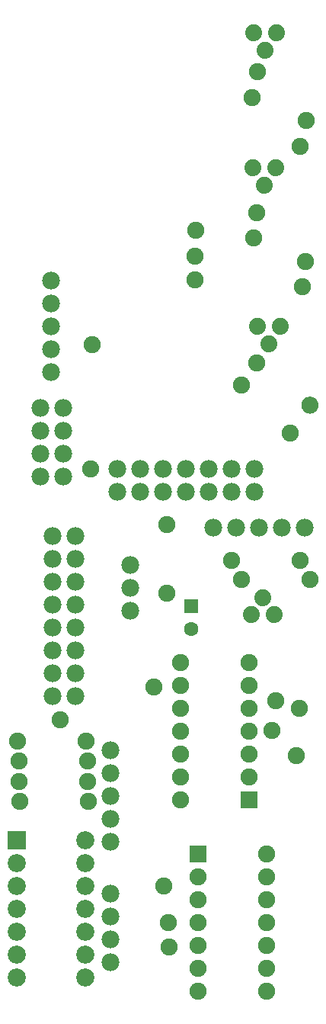
<source format=gtl>
G04 MADE WITH FRITZING*
G04 WWW.FRITZING.ORG*
G04 DOUBLE SIDED*
G04 HOLES PLATED*
G04 CONTOUR ON CENTER OF CONTOUR VECTOR*
%ASAXBY*%
%FSLAX23Y23*%
%MOIN*%
%OFA0B0*%
%SFA1.0B1.0*%
%ADD10C,0.075000*%
%ADD11C,0.062992*%
%ADD12C,0.078000*%
%ADD13C,0.079370*%
%ADD14C,0.074000*%
%ADD15C,0.045000*%
%ADD16R,0.062992X0.062992*%
%ADD17R,0.079370X0.079370*%
%ADD18R,0.075000X0.075000*%
%ADD19R,0.001000X0.001000*%
%LNCOPPER1*%
G90*
G70*
G54D10*
X744Y2119D03*
X744Y1819D03*
G54D11*
X851Y1762D03*
X851Y1664D03*
G54D10*
X417Y2905D03*
X413Y2363D03*
G54D12*
X586Y1942D03*
X586Y1842D03*
X586Y1742D03*
G54D10*
X279Y1265D03*
X690Y1410D03*
G54D12*
X237Y3187D03*
X237Y3087D03*
X237Y2987D03*
X237Y2887D03*
X237Y2787D03*
X528Y2263D03*
X628Y2263D03*
X728Y2263D03*
X828Y2263D03*
X928Y2263D03*
X1028Y2263D03*
X1128Y2263D03*
X528Y2263D03*
X628Y2263D03*
X728Y2263D03*
X828Y2263D03*
X928Y2263D03*
X1028Y2263D03*
X1128Y2263D03*
X1128Y2363D03*
X1028Y2363D03*
X928Y2363D03*
X828Y2363D03*
X728Y2363D03*
X628Y2363D03*
X528Y2363D03*
X245Y2069D03*
X245Y1969D03*
X245Y1869D03*
X245Y1769D03*
X245Y1669D03*
X245Y1569D03*
X245Y1469D03*
X245Y1369D03*
X245Y2069D03*
X245Y1969D03*
X245Y1869D03*
X245Y1769D03*
X245Y1669D03*
X245Y1569D03*
X245Y1469D03*
X245Y1369D03*
X345Y1369D03*
X345Y1469D03*
X345Y1569D03*
X345Y1669D03*
X345Y1769D03*
X345Y1869D03*
X345Y1969D03*
X345Y2069D03*
G54D13*
X89Y740D03*
X389Y740D03*
X89Y640D03*
X389Y640D03*
X89Y540D03*
X389Y540D03*
X89Y440D03*
X389Y440D03*
X89Y340D03*
X389Y340D03*
X89Y240D03*
X389Y240D03*
X89Y140D03*
X389Y140D03*
G54D12*
X292Y2329D03*
X292Y2429D03*
X292Y2529D03*
X292Y2629D03*
X292Y2329D03*
X292Y2429D03*
X292Y2529D03*
X292Y2629D03*
X192Y2629D03*
X192Y2529D03*
X192Y2429D03*
X192Y2329D03*
G54D14*
X1226Y4269D03*
X1176Y4194D03*
X1126Y4269D03*
X1226Y4269D03*
X1176Y4194D03*
X1126Y4269D03*
G54D10*
X756Y273D03*
X1326Y1316D03*
G54D14*
X1222Y3679D03*
X1172Y3604D03*
X1122Y3679D03*
X1222Y3679D03*
X1172Y3604D03*
X1122Y3679D03*
G54D10*
X1204Y1219D03*
X751Y380D03*
G54D14*
X1116Y1725D03*
X1166Y1800D03*
X1216Y1725D03*
X1116Y1725D03*
X1166Y1800D03*
X1216Y1725D03*
G54D10*
X868Y3188D03*
X733Y539D03*
G54D14*
X1242Y2985D03*
X1192Y2910D03*
X1142Y2985D03*
X1242Y2985D03*
X1192Y2910D03*
X1142Y2985D03*
G54D10*
X869Y3292D03*
X1313Y1110D03*
X1329Y3774D03*
X1117Y3986D03*
X871Y3405D03*
X1223Y1349D03*
X1337Y3159D03*
X1124Y3371D03*
X1327Y1964D03*
X1027Y1964D03*
X1285Y2518D03*
X1073Y2730D03*
X1143Y4099D03*
X1355Y3887D03*
X1140Y3481D03*
X1352Y3269D03*
X1071Y1878D03*
X1371Y1878D03*
X1137Y2826D03*
G54D15*
X1372Y2640D03*
G54D10*
X403Y910D03*
X103Y910D03*
X399Y997D03*
X99Y997D03*
X399Y1087D03*
X99Y1087D03*
X392Y1173D03*
X92Y1173D03*
X1106Y915D03*
X806Y915D03*
X1106Y1015D03*
X806Y1015D03*
X1106Y1115D03*
X806Y1115D03*
X1106Y1215D03*
X806Y1215D03*
X1106Y1315D03*
X806Y1315D03*
X1106Y1415D03*
X806Y1415D03*
X1106Y1515D03*
X806Y1515D03*
X882Y680D03*
X1182Y680D03*
X882Y580D03*
X1182Y580D03*
X882Y480D03*
X1182Y480D03*
X882Y380D03*
X1182Y380D03*
X882Y280D03*
X1182Y280D03*
X882Y180D03*
X1182Y180D03*
X882Y80D03*
X1182Y80D03*
G54D12*
X497Y206D03*
X497Y306D03*
X497Y406D03*
X497Y506D03*
X947Y2106D03*
X1047Y2106D03*
X1147Y2106D03*
X1247Y2106D03*
X1347Y2106D03*
X497Y731D03*
X497Y831D03*
X497Y931D03*
X497Y1031D03*
X497Y1131D03*
G54D16*
X851Y1762D03*
G54D17*
X89Y740D03*
G54D18*
X1106Y915D03*
X882Y680D03*
G54D19*
X1366Y2678D02*
X1377Y2678D01*
X1362Y2677D02*
X1381Y2677D01*
X1359Y2676D02*
X1384Y2676D01*
X1356Y2675D02*
X1387Y2675D01*
X1354Y2674D02*
X1389Y2674D01*
X1353Y2673D02*
X1391Y2673D01*
X1351Y2672D02*
X1392Y2672D01*
X1350Y2671D02*
X1394Y2671D01*
X1348Y2670D02*
X1395Y2670D01*
X1347Y2669D02*
X1396Y2669D01*
X1346Y2668D02*
X1397Y2668D01*
X1345Y2667D02*
X1398Y2667D01*
X1344Y2666D02*
X1399Y2666D01*
X1343Y2665D02*
X1400Y2665D01*
X1342Y2664D02*
X1401Y2664D01*
X1342Y2663D02*
X1401Y2663D01*
X1341Y2662D02*
X1402Y2662D01*
X1340Y2661D02*
X1403Y2661D01*
X1340Y2660D02*
X1403Y2660D01*
X1339Y2659D02*
X1404Y2659D01*
X1339Y2658D02*
X1366Y2658D01*
X1377Y2658D02*
X1404Y2658D01*
X1338Y2657D02*
X1363Y2657D01*
X1380Y2657D02*
X1405Y2657D01*
X1338Y2656D02*
X1362Y2656D01*
X1381Y2656D02*
X1405Y2656D01*
X1337Y2655D02*
X1360Y2655D01*
X1383Y2655D02*
X1406Y2655D01*
X1337Y2654D02*
X1359Y2654D01*
X1384Y2654D02*
X1406Y2654D01*
X1337Y2653D02*
X1358Y2653D01*
X1385Y2653D02*
X1406Y2653D01*
X1336Y2652D02*
X1357Y2652D01*
X1386Y2652D02*
X1407Y2652D01*
X1336Y2651D02*
X1357Y2651D01*
X1387Y2651D02*
X1407Y2651D01*
X1336Y2650D02*
X1356Y2650D01*
X1387Y2650D02*
X1407Y2650D01*
X1336Y2649D02*
X1355Y2649D01*
X1388Y2649D02*
X1408Y2649D01*
X1335Y2648D02*
X1355Y2648D01*
X1388Y2648D02*
X1408Y2648D01*
X1335Y2647D02*
X1355Y2647D01*
X1389Y2647D02*
X1408Y2647D01*
X1335Y2646D02*
X1354Y2646D01*
X1389Y2646D02*
X1408Y2646D01*
X1335Y2645D02*
X1354Y2645D01*
X1389Y2645D02*
X1408Y2645D01*
X1335Y2644D02*
X1354Y2644D01*
X1389Y2644D02*
X1408Y2644D01*
X1335Y2643D02*
X1354Y2643D01*
X1389Y2643D02*
X1408Y2643D01*
X1335Y2642D02*
X1354Y2642D01*
X1390Y2642D02*
X1409Y2642D01*
X1335Y2641D02*
X1354Y2641D01*
X1390Y2641D02*
X1408Y2641D01*
X1335Y2640D02*
X1354Y2640D01*
X1390Y2640D02*
X1408Y2640D01*
X1335Y2639D02*
X1354Y2639D01*
X1390Y2639D02*
X1408Y2639D01*
X1335Y2638D02*
X1354Y2638D01*
X1389Y2638D02*
X1408Y2638D01*
X1335Y2637D02*
X1354Y2637D01*
X1389Y2637D02*
X1408Y2637D01*
X1335Y2636D02*
X1354Y2636D01*
X1389Y2636D02*
X1408Y2636D01*
X1335Y2635D02*
X1355Y2635D01*
X1389Y2635D02*
X1408Y2635D01*
X1335Y2634D02*
X1355Y2634D01*
X1388Y2634D02*
X1408Y2634D01*
X1336Y2633D02*
X1355Y2633D01*
X1388Y2633D02*
X1407Y2633D01*
X1336Y2632D02*
X1356Y2632D01*
X1387Y2632D02*
X1407Y2632D01*
X1336Y2631D02*
X1357Y2631D01*
X1386Y2631D02*
X1407Y2631D01*
X1336Y2630D02*
X1357Y2630D01*
X1386Y2630D02*
X1407Y2630D01*
X1337Y2629D02*
X1359Y2629D01*
X1385Y2629D02*
X1406Y2629D01*
X1337Y2628D02*
X1360Y2628D01*
X1384Y2628D02*
X1406Y2628D01*
X1338Y2627D02*
X1361Y2627D01*
X1383Y2627D02*
X1406Y2627D01*
X1338Y2626D02*
X1362Y2626D01*
X1381Y2626D02*
X1405Y2626D01*
X1338Y2625D02*
X1364Y2625D01*
X1379Y2625D02*
X1405Y2625D01*
X1339Y2624D02*
X1367Y2624D01*
X1375Y2624D02*
X1404Y2624D01*
X1339Y2623D02*
X1404Y2623D01*
X1340Y2622D02*
X1403Y2622D01*
X1341Y2621D02*
X1403Y2621D01*
X1341Y2620D02*
X1402Y2620D01*
X1342Y2619D02*
X1401Y2619D01*
X1343Y2618D02*
X1401Y2618D01*
X1344Y2617D02*
X1400Y2617D01*
X1344Y2616D02*
X1399Y2616D01*
X1345Y2615D02*
X1398Y2615D01*
X1346Y2614D02*
X1397Y2614D01*
X1347Y2613D02*
X1396Y2613D01*
X1349Y2612D02*
X1394Y2612D01*
X1350Y2611D02*
X1393Y2611D01*
X1351Y2610D02*
X1392Y2610D01*
X1353Y2609D02*
X1390Y2609D01*
X1355Y2608D02*
X1388Y2608D01*
X1357Y2607D02*
X1386Y2607D01*
X1360Y2606D02*
X1384Y2606D01*
X1363Y2605D02*
X1381Y2605D01*
X1368Y2604D02*
X1376Y2604D01*
D02*
G04 End of Copper1*
M02*
</source>
